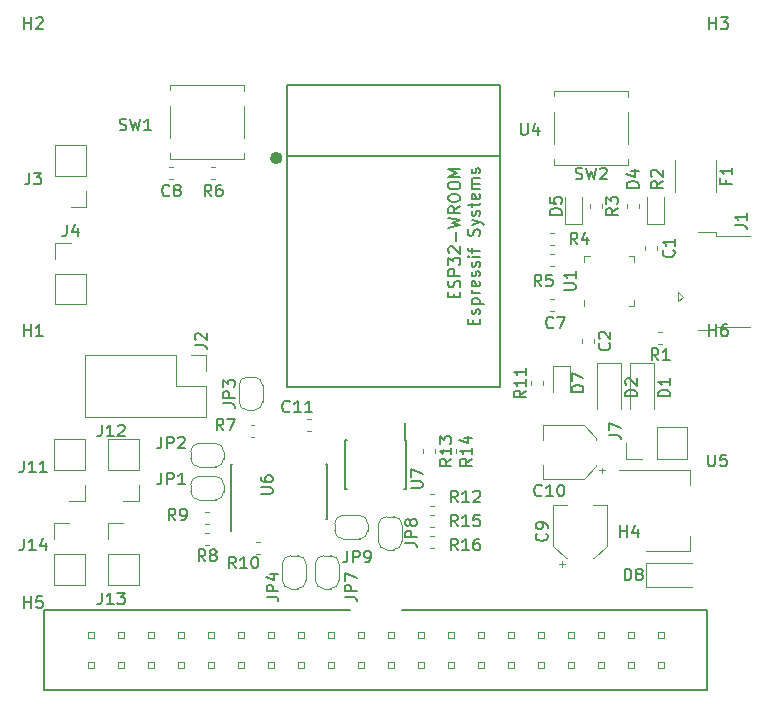
<source format=gto>
G04 #@! TF.GenerationSoftware,KiCad,Pcbnew,5.0.1+dfsg1-3~bpo9+1*
G04 #@! TF.CreationDate,2018-12-29T18:45:15+00:00*
G04 #@! TF.ProjectId,esp32_io_board,65737033325F696F5F626F6172642E6B,rev?*
G04 #@! TF.SameCoordinates,Original*
G04 #@! TF.FileFunction,Legend,Top*
G04 #@! TF.FilePolarity,Positive*
%FSLAX46Y46*%
G04 Gerber Fmt 4.6, Leading zero omitted, Abs format (unit mm)*
G04 Created by KiCad (PCBNEW 5.0.1+dfsg1-3~bpo9+1) date Sat 29 Dec 2018 06:45:15 PM UTC*
%MOMM*%
%LPD*%
G01*
G04 APERTURE LIST*
%ADD10C,0.066040*%
%ADD11C,0.203200*%
%ADD12C,0.500000*%
%ADD13C,0.150000*%
%ADD14C,0.120000*%
G04 APERTURE END LIST*
D10*
G04 #@! TO.C,J5*
X212896000Y-128756000D02*
X212896000Y-129264000D01*
X212896000Y-129264000D02*
X213404000Y-129264000D01*
X213404000Y-128756000D02*
X213404000Y-129264000D01*
X212896000Y-128756000D02*
X213404000Y-128756000D01*
X212896000Y-131296000D02*
X212896000Y-131804000D01*
X212896000Y-131804000D02*
X213404000Y-131804000D01*
X213404000Y-131296000D02*
X213404000Y-131804000D01*
X212896000Y-131296000D02*
X213404000Y-131296000D01*
X210356000Y-131296000D02*
X210356000Y-131804000D01*
X210356000Y-131804000D02*
X210864000Y-131804000D01*
X210864000Y-131296000D02*
X210864000Y-131804000D01*
X210356000Y-131296000D02*
X210864000Y-131296000D01*
X210356000Y-128756000D02*
X210356000Y-129264000D01*
X210356000Y-129264000D02*
X210864000Y-129264000D01*
X210864000Y-128756000D02*
X210864000Y-129264000D01*
X210356000Y-128756000D02*
X210864000Y-128756000D01*
X207816000Y-131296000D02*
X207816000Y-131804000D01*
X207816000Y-131804000D02*
X208324000Y-131804000D01*
X208324000Y-131296000D02*
X208324000Y-131804000D01*
X207816000Y-131296000D02*
X208324000Y-131296000D01*
X207816000Y-128756000D02*
X207816000Y-129264000D01*
X207816000Y-129264000D02*
X208324000Y-129264000D01*
X208324000Y-128756000D02*
X208324000Y-129264000D01*
X207816000Y-128756000D02*
X208324000Y-128756000D01*
X205276000Y-131296000D02*
X205276000Y-131804000D01*
X205276000Y-131804000D02*
X205784000Y-131804000D01*
X205784000Y-131296000D02*
X205784000Y-131804000D01*
X205276000Y-131296000D02*
X205784000Y-131296000D01*
X205276000Y-128756000D02*
X205276000Y-129264000D01*
X205276000Y-129264000D02*
X205784000Y-129264000D01*
X205784000Y-128756000D02*
X205784000Y-129264000D01*
X205276000Y-128756000D02*
X205784000Y-128756000D01*
X202736000Y-131296000D02*
X202736000Y-131804000D01*
X202736000Y-131804000D02*
X203244000Y-131804000D01*
X203244000Y-131296000D02*
X203244000Y-131804000D01*
X202736000Y-131296000D02*
X203244000Y-131296000D01*
X202736000Y-128756000D02*
X202736000Y-129264000D01*
X202736000Y-129264000D02*
X203244000Y-129264000D01*
X203244000Y-128756000D02*
X203244000Y-129264000D01*
X202736000Y-128756000D02*
X203244000Y-128756000D01*
X205276000Y-128756000D02*
X205276000Y-129264000D01*
X205276000Y-129264000D02*
X205784000Y-129264000D01*
X205784000Y-128756000D02*
X205784000Y-129264000D01*
X205276000Y-128756000D02*
X205784000Y-128756000D01*
X205276000Y-131296000D02*
X205276000Y-131804000D01*
X205276000Y-131804000D02*
X205784000Y-131804000D01*
X205784000Y-131296000D02*
X205784000Y-131804000D01*
X205276000Y-131296000D02*
X205784000Y-131296000D01*
X200196000Y-128756000D02*
X200196000Y-129264000D01*
X200196000Y-129264000D02*
X200704000Y-129264000D01*
X200704000Y-128756000D02*
X200704000Y-129264000D01*
X200196000Y-128756000D02*
X200704000Y-128756000D01*
X200196000Y-131296000D02*
X200196000Y-131804000D01*
X200196000Y-131804000D02*
X200704000Y-131804000D01*
X200704000Y-131296000D02*
X200704000Y-131804000D01*
X200196000Y-131296000D02*
X200704000Y-131296000D01*
X197656000Y-131296000D02*
X197656000Y-131804000D01*
X197656000Y-131804000D02*
X198164000Y-131804000D01*
X198164000Y-131296000D02*
X198164000Y-131804000D01*
X197656000Y-131296000D02*
X198164000Y-131296000D01*
X197656000Y-128756000D02*
X197656000Y-129264000D01*
X197656000Y-129264000D02*
X198164000Y-129264000D01*
X198164000Y-128756000D02*
X198164000Y-129264000D01*
X197656000Y-128756000D02*
X198164000Y-128756000D01*
X195116000Y-131296000D02*
X195116000Y-131804000D01*
X195116000Y-131804000D02*
X195624000Y-131804000D01*
X195624000Y-131296000D02*
X195624000Y-131804000D01*
X195116000Y-131296000D02*
X195624000Y-131296000D01*
X195116000Y-128756000D02*
X195116000Y-129264000D01*
X195116000Y-129264000D02*
X195624000Y-129264000D01*
X195624000Y-128756000D02*
X195624000Y-129264000D01*
X195116000Y-128756000D02*
X195624000Y-128756000D01*
X192576000Y-131296000D02*
X192576000Y-131804000D01*
X192576000Y-131804000D02*
X193084000Y-131804000D01*
X193084000Y-131296000D02*
X193084000Y-131804000D01*
X192576000Y-131296000D02*
X193084000Y-131296000D01*
X192576000Y-128756000D02*
X192576000Y-129264000D01*
X192576000Y-129264000D02*
X193084000Y-129264000D01*
X193084000Y-128756000D02*
X193084000Y-129264000D01*
X192576000Y-128756000D02*
X193084000Y-128756000D01*
X190036000Y-131296000D02*
X190036000Y-131804000D01*
X190036000Y-131804000D02*
X190544000Y-131804000D01*
X190544000Y-131296000D02*
X190544000Y-131804000D01*
X190036000Y-131296000D02*
X190544000Y-131296000D01*
X190036000Y-128756000D02*
X190036000Y-129264000D01*
X190036000Y-129264000D02*
X190544000Y-129264000D01*
X190544000Y-128756000D02*
X190544000Y-129264000D01*
X190036000Y-128756000D02*
X190544000Y-128756000D01*
X192576000Y-128756000D02*
X192576000Y-129264000D01*
X192576000Y-129264000D02*
X193084000Y-129264000D01*
X193084000Y-128756000D02*
X193084000Y-129264000D01*
X192576000Y-128756000D02*
X193084000Y-128756000D01*
X192576000Y-131296000D02*
X192576000Y-131804000D01*
X192576000Y-131804000D02*
X193084000Y-131804000D01*
X193084000Y-131296000D02*
X193084000Y-131804000D01*
X192576000Y-131296000D02*
X193084000Y-131296000D01*
X187496000Y-131296000D02*
X187496000Y-131804000D01*
X187496000Y-131804000D02*
X188004000Y-131804000D01*
X188004000Y-131296000D02*
X188004000Y-131804000D01*
X187496000Y-131296000D02*
X188004000Y-131296000D01*
X187496000Y-128756000D02*
X187496000Y-129264000D01*
X187496000Y-129264000D02*
X188004000Y-129264000D01*
X188004000Y-128756000D02*
X188004000Y-129264000D01*
X187496000Y-128756000D02*
X188004000Y-128756000D01*
X184956000Y-131296000D02*
X184956000Y-131804000D01*
X184956000Y-131804000D02*
X185464000Y-131804000D01*
X185464000Y-131296000D02*
X185464000Y-131804000D01*
X184956000Y-131296000D02*
X185464000Y-131296000D01*
X184956000Y-128756000D02*
X184956000Y-129264000D01*
X184956000Y-129264000D02*
X185464000Y-129264000D01*
X185464000Y-128756000D02*
X185464000Y-129264000D01*
X184956000Y-128756000D02*
X185464000Y-128756000D01*
X182416000Y-131296000D02*
X182416000Y-131804000D01*
X182416000Y-131804000D02*
X182924000Y-131804000D01*
X182924000Y-131296000D02*
X182924000Y-131804000D01*
X182416000Y-131296000D02*
X182924000Y-131296000D01*
X182416000Y-128756000D02*
X182416000Y-129264000D01*
X182416000Y-129264000D02*
X182924000Y-129264000D01*
X182924000Y-128756000D02*
X182924000Y-129264000D01*
X182416000Y-128756000D02*
X182924000Y-128756000D01*
X184956000Y-128756000D02*
X184956000Y-129264000D01*
X184956000Y-129264000D02*
X185464000Y-129264000D01*
X185464000Y-128756000D02*
X185464000Y-129264000D01*
X184956000Y-128756000D02*
X185464000Y-128756000D01*
X184956000Y-131296000D02*
X184956000Y-131804000D01*
X184956000Y-131804000D02*
X185464000Y-131804000D01*
X185464000Y-131296000D02*
X185464000Y-131804000D01*
X184956000Y-131296000D02*
X185464000Y-131296000D01*
X179876000Y-131296000D02*
X179876000Y-131804000D01*
X179876000Y-131804000D02*
X180384000Y-131804000D01*
X180384000Y-131296000D02*
X180384000Y-131804000D01*
X179876000Y-131296000D02*
X180384000Y-131296000D01*
X177336000Y-131296000D02*
X177336000Y-131804000D01*
X177336000Y-131804000D02*
X177844000Y-131804000D01*
X177844000Y-131296000D02*
X177844000Y-131804000D01*
X177336000Y-131296000D02*
X177844000Y-131296000D01*
X174796000Y-131296000D02*
X174796000Y-131804000D01*
X174796000Y-131804000D02*
X175304000Y-131804000D01*
X175304000Y-131296000D02*
X175304000Y-131804000D01*
X174796000Y-131296000D02*
X175304000Y-131296000D01*
X172256000Y-131296000D02*
X172256000Y-131804000D01*
X172256000Y-131804000D02*
X172764000Y-131804000D01*
X172764000Y-131296000D02*
X172764000Y-131804000D01*
X172256000Y-131296000D02*
X172764000Y-131296000D01*
X169716000Y-131296000D02*
X169716000Y-131804000D01*
X169716000Y-131804000D02*
X170224000Y-131804000D01*
X170224000Y-131296000D02*
X170224000Y-131804000D01*
X169716000Y-131296000D02*
X170224000Y-131296000D01*
X167176000Y-131296000D02*
X167176000Y-131804000D01*
X167176000Y-131804000D02*
X167684000Y-131804000D01*
X167684000Y-131296000D02*
X167684000Y-131804000D01*
X167176000Y-131296000D02*
X167684000Y-131296000D01*
X164636000Y-131296000D02*
X164636000Y-131804000D01*
X164636000Y-131804000D02*
X165144000Y-131804000D01*
X165144000Y-131296000D02*
X165144000Y-131804000D01*
X164636000Y-131296000D02*
X165144000Y-131296000D01*
X179876000Y-128756000D02*
X179876000Y-129264000D01*
X179876000Y-129264000D02*
X180384000Y-129264000D01*
X180384000Y-128756000D02*
X180384000Y-129264000D01*
X179876000Y-128756000D02*
X180384000Y-128756000D01*
X177336000Y-128756000D02*
X177336000Y-129264000D01*
X177336000Y-129264000D02*
X177844000Y-129264000D01*
X177844000Y-128756000D02*
X177844000Y-129264000D01*
X177336000Y-128756000D02*
X177844000Y-128756000D01*
X174796000Y-128756000D02*
X174796000Y-129264000D01*
X174796000Y-129264000D02*
X175304000Y-129264000D01*
X175304000Y-128756000D02*
X175304000Y-129264000D01*
X174796000Y-128756000D02*
X175304000Y-128756000D01*
X172256000Y-128756000D02*
X172256000Y-129264000D01*
X172256000Y-129264000D02*
X172764000Y-129264000D01*
X172764000Y-128756000D02*
X172764000Y-129264000D01*
X172256000Y-128756000D02*
X172764000Y-128756000D01*
X169716000Y-128756000D02*
X169716000Y-129264000D01*
X169716000Y-129264000D02*
X170224000Y-129264000D01*
X170224000Y-128756000D02*
X170224000Y-129264000D01*
X169716000Y-128756000D02*
X170224000Y-128756000D01*
X167176000Y-128756000D02*
X167176000Y-129264000D01*
X167176000Y-129264000D02*
X167684000Y-129264000D01*
X167684000Y-128756000D02*
X167684000Y-129264000D01*
X167176000Y-128756000D02*
X167684000Y-128756000D01*
X164636000Y-128756000D02*
X164636000Y-129264000D01*
X164636000Y-129264000D02*
X165144000Y-129264000D01*
X165144000Y-128756000D02*
X165144000Y-129264000D01*
X164636000Y-128756000D02*
X165144000Y-128756000D01*
D11*
X217069220Y-126881480D02*
X217069220Y-133678520D01*
X217069220Y-133678520D02*
X160970780Y-133678520D01*
X160970780Y-126881480D02*
X160970780Y-133678520D01*
X217069220Y-126881480D02*
X191219640Y-126881480D01*
X160970780Y-126881480D02*
X186820360Y-126881480D01*
D12*
G04 #@! TO.C,U4*
X180877981Y-88646000D02*
G75*
G03X180877981Y-88646000I-283981J0D01*
G01*
D13*
X199500000Y-88500000D02*
X181500000Y-88500000D01*
X181500000Y-82500000D02*
X181500000Y-108000000D01*
X199500000Y-82500000D02*
X199500000Y-108000000D01*
X199500000Y-108000000D02*
X181500000Y-108000000D01*
X199500000Y-82500000D02*
X181500000Y-82500000D01*
D14*
G04 #@! TO.C,R13*
X193038000Y-113311721D02*
X193038000Y-113637279D01*
X194058000Y-113311721D02*
X194058000Y-113637279D01*
G04 #@! TO.C,R14*
X195772500Y-113311721D02*
X195772500Y-113637279D01*
X194752500Y-113311721D02*
X194752500Y-113637279D01*
G04 #@! TO.C,R15*
X193964779Y-118870000D02*
X193639221Y-118870000D01*
X193964779Y-119890000D02*
X193639221Y-119890000D01*
G04 #@! TO.C,R16*
X193964779Y-121668000D02*
X193639221Y-121668000D01*
X193964779Y-120648000D02*
X193639221Y-120648000D01*
G04 #@! TO.C,J13*
X166310000Y-119574000D02*
X167640000Y-119574000D01*
X166310000Y-120904000D02*
X166310000Y-119574000D01*
X166310000Y-122174000D02*
X168970000Y-122174000D01*
X168970000Y-122174000D02*
X168970000Y-124774000D01*
X166310000Y-122174000D02*
X166310000Y-124774000D01*
X166310000Y-124774000D02*
X168970000Y-124774000D01*
G04 #@! TO.C,J4*
X161865000Y-101025000D02*
X164525000Y-101025000D01*
X161865000Y-98425000D02*
X161865000Y-101025000D01*
X164525000Y-98425000D02*
X164525000Y-101025000D01*
X161865000Y-98425000D02*
X164525000Y-98425000D01*
X161865000Y-97155000D02*
X161865000Y-95825000D01*
X161865000Y-95825000D02*
X163195000Y-95825000D01*
G04 #@! TO.C,JP8*
X191246000Y-119696000D02*
X191246000Y-121096000D01*
X190546000Y-121796000D02*
X189946000Y-121796000D01*
X189246000Y-121096000D02*
X189246000Y-119696000D01*
X189946000Y-118996000D02*
X190546000Y-118996000D01*
X190546000Y-118996000D02*
G75*
G02X191246000Y-119696000I0J-700000D01*
G01*
X189246000Y-119696000D02*
G75*
G02X189946000Y-118996000I700000J0D01*
G01*
X189946000Y-121796000D02*
G75*
G02X189246000Y-121096000I0J700000D01*
G01*
X191246000Y-121096000D02*
G75*
G02X190546000Y-121796000I-700000J0D01*
G01*
G04 #@! TO.C,JP9*
X186244000Y-120888000D02*
G75*
G02X185544000Y-120188000I0J700000D01*
G01*
X185544000Y-119588000D02*
G75*
G02X186244000Y-118888000I700000J0D01*
G01*
X187644000Y-118888000D02*
G75*
G02X188344000Y-119588000I0J-700000D01*
G01*
X188344000Y-120188000D02*
G75*
G02X187644000Y-120888000I-700000J0D01*
G01*
X188344000Y-119588000D02*
X188344000Y-120188000D01*
X186244000Y-118888000D02*
X187644000Y-118888000D01*
X185544000Y-120188000D02*
X185544000Y-119588000D01*
X187644000Y-120888000D02*
X186244000Y-120888000D01*
G04 #@! TO.C,JP7*
X183912000Y-124398000D02*
X183912000Y-122998000D01*
X184612000Y-122298000D02*
X185212000Y-122298000D01*
X185912000Y-122998000D02*
X185912000Y-124398000D01*
X185212000Y-125098000D02*
X184612000Y-125098000D01*
X184612000Y-125098000D02*
G75*
G02X183912000Y-124398000I0J700000D01*
G01*
X185912000Y-124398000D02*
G75*
G02X185212000Y-125098000I-700000J0D01*
G01*
X185212000Y-122298000D02*
G75*
G02X185912000Y-122998000I0J-700000D01*
G01*
X183912000Y-122998000D02*
G75*
G02X184612000Y-122298000I700000J0D01*
G01*
G04 #@! TO.C,JP4*
X181118000Y-122998000D02*
G75*
G02X181818000Y-122298000I700000J0D01*
G01*
X182418000Y-122298000D02*
G75*
G02X183118000Y-122998000I0J-700000D01*
G01*
X183118000Y-124398000D02*
G75*
G02X182418000Y-125098000I-700000J0D01*
G01*
X181818000Y-125098000D02*
G75*
G02X181118000Y-124398000I0J700000D01*
G01*
X182418000Y-125098000D02*
X181818000Y-125098000D01*
X183118000Y-122998000D02*
X183118000Y-124398000D01*
X181818000Y-122298000D02*
X182418000Y-122298000D01*
X181118000Y-124398000D02*
X181118000Y-122998000D01*
D13*
G04 #@! TO.C,U7*
X191551000Y-112479000D02*
X191501000Y-112479000D01*
X191551000Y-116629000D02*
X191406000Y-116629000D01*
X186401000Y-116629000D02*
X186546000Y-116629000D01*
X186401000Y-112479000D02*
X186546000Y-112479000D01*
X191551000Y-112479000D02*
X191551000Y-116629000D01*
X186401000Y-112479000D02*
X186401000Y-116629000D01*
X191501000Y-112479000D02*
X191501000Y-111079000D01*
D14*
G04 #@! TO.C,R12*
X193964779Y-118112000D02*
X193639221Y-118112000D01*
X193964779Y-117092000D02*
X193639221Y-117092000D01*
G04 #@! TO.C,D8*
X211922000Y-122952000D02*
X211922000Y-124952000D01*
X211922000Y-124952000D02*
X215772000Y-124952000D01*
X211922000Y-122952000D02*
X215772000Y-122952000D01*
G04 #@! TO.C,D1*
X212582000Y-106004000D02*
X210582000Y-106004000D01*
X210582000Y-106004000D02*
X210582000Y-109854000D01*
X212582000Y-106004000D02*
X212582000Y-109854000D01*
G04 #@! TO.C,D7*
X205459000Y-108496000D02*
X205459000Y-106211000D01*
X205459000Y-106211000D02*
X203989000Y-106211000D01*
X203989000Y-106211000D02*
X203989000Y-108496000D01*
G04 #@! TO.C,D2*
X209788000Y-106004000D02*
X207788000Y-106004000D01*
X207788000Y-106004000D02*
X207788000Y-109854000D01*
X209788000Y-106004000D02*
X209788000Y-109854000D01*
G04 #@! TO.C,C1*
X212854000Y-96428779D02*
X212854000Y-96103221D01*
X211834000Y-96428779D02*
X211834000Y-96103221D01*
G04 #@! TO.C,C2*
X206500000Y-103977221D02*
X206500000Y-104302779D01*
X207520000Y-103977221D02*
X207520000Y-104302779D01*
G04 #@! TO.C,C7*
X203799221Y-101602000D02*
X204124779Y-101602000D01*
X203799221Y-100582000D02*
X204124779Y-100582000D01*
G04 #@! TO.C,C8*
X171541221Y-89406000D02*
X171866779Y-89406000D01*
X171541221Y-90426000D02*
X171866779Y-90426000D01*
G04 #@! TO.C,C9*
X208571500Y-118009000D02*
X207371500Y-118009000D01*
X204051500Y-118009000D02*
X205251500Y-118009000D01*
X204051500Y-121464563D02*
X204051500Y-118009000D01*
X208571500Y-121464563D02*
X208571500Y-118009000D01*
X207507063Y-122529000D02*
X207371500Y-122529000D01*
X205115937Y-122529000D02*
X205251500Y-122529000D01*
X205115937Y-122529000D02*
X204051500Y-121464563D01*
X207507063Y-122529000D02*
X208571500Y-121464563D01*
X204751500Y-123269000D02*
X204751500Y-122769000D01*
X204501500Y-123019000D02*
X205001500Y-123019000D01*
G04 #@! TO.C,C10*
X203162500Y-111278000D02*
X203162500Y-112478000D01*
X203162500Y-115798000D02*
X203162500Y-114598000D01*
X206618063Y-115798000D02*
X203162500Y-115798000D01*
X206618063Y-111278000D02*
X203162500Y-111278000D01*
X207682500Y-112342437D02*
X207682500Y-112478000D01*
X207682500Y-114733563D02*
X207682500Y-114598000D01*
X207682500Y-114733563D02*
X206618063Y-115798000D01*
X207682500Y-112342437D02*
X206618063Y-111278000D01*
X208422500Y-115098000D02*
X207922500Y-115098000D01*
X208172500Y-115348000D02*
X208172500Y-114848000D01*
G04 #@! TO.C,C11*
X183550779Y-110742000D02*
X183225221Y-110742000D01*
X183550779Y-111762000D02*
X183225221Y-111762000D01*
G04 #@! TO.C,D4*
X211990000Y-91910000D02*
X211990000Y-94195000D01*
X211990000Y-94195000D02*
X213460000Y-94195000D01*
X213460000Y-94195000D02*
X213460000Y-91910000D01*
G04 #@! TO.C,D5*
X206475000Y-94195000D02*
X206475000Y-91910000D01*
X205005000Y-94195000D02*
X206475000Y-94195000D01*
X205005000Y-91910000D02*
X205005000Y-94195000D01*
G04 #@! TO.C,F1*
X217800500Y-88783748D02*
X217800500Y-91556252D01*
X214380500Y-88783748D02*
X214380500Y-91556252D01*
G04 #@! TO.C,J1*
X215067000Y-100385000D02*
X214617000Y-100785000D01*
X214617000Y-100785000D02*
X214617000Y-99985000D01*
X214617000Y-99985000D02*
X215067000Y-100385000D01*
X220667000Y-95235000D02*
X217867000Y-95235000D01*
X217867000Y-95235000D02*
X217867000Y-94935000D01*
X217867000Y-94935000D02*
X216317000Y-94935000D01*
X220667000Y-102935000D02*
X217867000Y-102935000D01*
X217867000Y-103235000D02*
X217867000Y-102935000D01*
X217867000Y-103235000D02*
X216317000Y-103235000D01*
G04 #@! TO.C,J2*
X174685000Y-105350000D02*
X174685000Y-106680000D01*
X173355000Y-105350000D02*
X174685000Y-105350000D01*
X174685000Y-107950000D02*
X174685000Y-110550000D01*
X172085000Y-107950000D02*
X174685000Y-107950000D01*
X172085000Y-105350000D02*
X172085000Y-107950000D01*
X174685000Y-110550000D02*
X164405000Y-110550000D01*
X172085000Y-105350000D02*
X164405000Y-105350000D01*
X164405000Y-105350000D02*
X164405000Y-110550000D01*
G04 #@! TO.C,J3*
X164525000Y-92770000D02*
X163195000Y-92770000D01*
X164525000Y-91440000D02*
X164525000Y-92770000D01*
X164525000Y-90170000D02*
X161865000Y-90170000D01*
X161865000Y-90170000D02*
X161865000Y-87570000D01*
X164525000Y-90170000D02*
X164525000Y-87570000D01*
X164525000Y-87570000D02*
X161865000Y-87570000D01*
G04 #@! TO.C,J7*
X215388500Y-114106000D02*
X215388500Y-111446000D01*
X212788500Y-114106000D02*
X215388500Y-114106000D01*
X212788500Y-111446000D02*
X215388500Y-111446000D01*
X212788500Y-114106000D02*
X212788500Y-111446000D01*
X211518500Y-114106000D02*
X210188500Y-114106000D01*
X210188500Y-114106000D02*
X210188500Y-112776000D01*
G04 #@! TO.C,J11*
X164398000Y-112462000D02*
X161738000Y-112462000D01*
X164398000Y-115062000D02*
X164398000Y-112462000D01*
X161738000Y-115062000D02*
X161738000Y-112462000D01*
X164398000Y-115062000D02*
X161738000Y-115062000D01*
X164398000Y-116332000D02*
X164398000Y-117662000D01*
X164398000Y-117662000D02*
X163068000Y-117662000D01*
G04 #@! TO.C,J12*
X168970000Y-117662000D02*
X167640000Y-117662000D01*
X168970000Y-116332000D02*
X168970000Y-117662000D01*
X168970000Y-115062000D02*
X166310000Y-115062000D01*
X166310000Y-115062000D02*
X166310000Y-112462000D01*
X168970000Y-115062000D02*
X168970000Y-112462000D01*
X168970000Y-112462000D02*
X166310000Y-112462000D01*
G04 #@! TO.C,J14*
X161738000Y-124774000D02*
X164398000Y-124774000D01*
X161738000Y-122174000D02*
X161738000Y-124774000D01*
X164398000Y-122174000D02*
X164398000Y-124774000D01*
X161738000Y-122174000D02*
X164398000Y-122174000D01*
X161738000Y-120904000D02*
X161738000Y-119574000D01*
X161738000Y-119574000D02*
X163068000Y-119574000D01*
G04 #@! TO.C,JP1*
X175452000Y-117586000D02*
X174052000Y-117586000D01*
X173352000Y-116886000D02*
X173352000Y-116286000D01*
X174052000Y-115586000D02*
X175452000Y-115586000D01*
X176152000Y-116286000D02*
X176152000Y-116886000D01*
X176152000Y-116886000D02*
G75*
G02X175452000Y-117586000I-700000J0D01*
G01*
X175452000Y-115586000D02*
G75*
G02X176152000Y-116286000I0J-700000D01*
G01*
X173352000Y-116286000D02*
G75*
G02X174052000Y-115586000I700000J0D01*
G01*
X174052000Y-117586000D02*
G75*
G02X173352000Y-116886000I0J700000D01*
G01*
G04 #@! TO.C,JP2*
X175452000Y-114792000D02*
X174052000Y-114792000D01*
X173352000Y-114092000D02*
X173352000Y-113492000D01*
X174052000Y-112792000D02*
X175452000Y-112792000D01*
X176152000Y-113492000D02*
X176152000Y-114092000D01*
X176152000Y-114092000D02*
G75*
G02X175452000Y-114792000I-700000J0D01*
G01*
X175452000Y-112792000D02*
G75*
G02X176152000Y-113492000I0J-700000D01*
G01*
X173352000Y-113492000D02*
G75*
G02X174052000Y-112792000I700000J0D01*
G01*
X174052000Y-114792000D02*
G75*
G02X173352000Y-114092000I0J700000D01*
G01*
G04 #@! TO.C,JP3*
X177435000Y-107885000D02*
G75*
G02X178135000Y-107185000I700000J0D01*
G01*
X178735000Y-107185000D02*
G75*
G02X179435000Y-107885000I0J-700000D01*
G01*
X179435000Y-109285000D02*
G75*
G02X178735000Y-109985000I-700000J0D01*
G01*
X178135000Y-109985000D02*
G75*
G02X177435000Y-109285000I0J700000D01*
G01*
X178735000Y-109985000D02*
X178135000Y-109985000D01*
X179435000Y-107885000D02*
X179435000Y-109285000D01*
X178135000Y-107185000D02*
X178735000Y-107185000D01*
X177435000Y-109285000D02*
X177435000Y-107885000D01*
G04 #@! TO.C,R1*
X213268779Y-104396000D02*
X212943221Y-104396000D01*
X213268779Y-103376000D02*
X212943221Y-103376000D01*
G04 #@! TO.C,R2*
X210310000Y-92547221D02*
X210310000Y-92872779D01*
X211330000Y-92547221D02*
X211330000Y-92872779D01*
G04 #@! TO.C,R3*
X208155000Y-92547221D02*
X208155000Y-92872779D01*
X207135000Y-92547221D02*
X207135000Y-92872779D01*
G04 #@! TO.C,R4*
X203799221Y-96014000D02*
X204124779Y-96014000D01*
X203799221Y-94994000D02*
X204124779Y-94994000D01*
G04 #@! TO.C,R5*
X203799221Y-96772000D02*
X204124779Y-96772000D01*
X203799221Y-97792000D02*
X204124779Y-97792000D01*
G04 #@! TO.C,R6*
X175422779Y-90426000D02*
X175097221Y-90426000D01*
X175422779Y-89406000D02*
X175097221Y-89406000D01*
G04 #@! TO.C,R7*
X178424721Y-111250000D02*
X178750279Y-111250000D01*
X178424721Y-112270000D02*
X178750279Y-112270000D01*
G04 #@! TO.C,R8*
X174914779Y-120394000D02*
X174589221Y-120394000D01*
X174914779Y-121414000D02*
X174589221Y-121414000D01*
G04 #@! TO.C,R9*
X174914779Y-119636000D02*
X174589221Y-119636000D01*
X174914779Y-118616000D02*
X174589221Y-118616000D01*
G04 #@! TO.C,R10*
X178907221Y-122176000D02*
X179232779Y-122176000D01*
X178907221Y-121156000D02*
X179232779Y-121156000D01*
G04 #@! TO.C,R11*
X203202000Y-107858779D02*
X203202000Y-107533221D01*
X202182000Y-107858779D02*
X202182000Y-107533221D01*
G04 #@! TO.C,SW1*
X177902000Y-88248000D02*
X177902000Y-88698000D01*
X171602000Y-88698000D02*
X171602000Y-88248000D01*
X177902000Y-88698000D02*
X171602000Y-88698000D01*
X171602000Y-86948000D02*
X171602000Y-84248000D01*
X177902000Y-84248000D02*
X177902000Y-86948000D01*
X171602000Y-82498000D02*
X171602000Y-82898000D01*
X177902000Y-82498000D02*
X171602000Y-82498000D01*
X177902000Y-82948000D02*
X177902000Y-82498000D01*
G04 #@! TO.C,SW2*
X210414000Y-88756000D02*
X210414000Y-89206000D01*
X204114000Y-89206000D02*
X204114000Y-88756000D01*
X210414000Y-89206000D02*
X204114000Y-89206000D01*
X204114000Y-87456000D02*
X204114000Y-84756000D01*
X210414000Y-84756000D02*
X210414000Y-87456000D01*
X204114000Y-83006000D02*
X204114000Y-83406000D01*
X210414000Y-83006000D02*
X204114000Y-83006000D01*
X210414000Y-83456000D02*
X210414000Y-83006000D01*
G04 #@! TO.C,U1*
X206678000Y-97425000D02*
X206678000Y-96950000D01*
X206678000Y-96950000D02*
X207153000Y-96950000D01*
X210898000Y-100695000D02*
X210898000Y-101170000D01*
X210898000Y-101170000D02*
X210423000Y-101170000D01*
X210898000Y-97425000D02*
X210898000Y-96950000D01*
X210898000Y-96950000D02*
X210423000Y-96950000D01*
X206678000Y-100695000D02*
X206678000Y-101170000D01*
G04 #@! TO.C,U5*
X215651000Y-121901000D02*
X215651000Y-120641000D01*
X215651000Y-115081000D02*
X215651000Y-116341000D01*
X211891000Y-121901000D02*
X215651000Y-121901000D01*
X209641000Y-115081000D02*
X215651000Y-115081000D01*
D13*
G04 #@! TO.C,U6*
X176823000Y-114515000D02*
X176848000Y-114515000D01*
X184873000Y-114515000D02*
X184848000Y-114515000D01*
X184873000Y-119165000D02*
X184848000Y-119165000D01*
X176773000Y-120240000D02*
X176773000Y-114515000D01*
X184873000Y-119165000D02*
X184873000Y-114515000D01*
G04 #@! TO.C,H4*
X209726095Y-120736880D02*
X209726095Y-119736880D01*
X209726095Y-120213071D02*
X210297523Y-120213071D01*
X210297523Y-120736880D02*
X210297523Y-119736880D01*
X211202285Y-120070214D02*
X211202285Y-120736880D01*
X210964190Y-119689261D02*
X210726095Y-120403547D01*
X211345142Y-120403547D01*
G04 #@! TO.C,U4*
X201295095Y-85685380D02*
X201295095Y-86494904D01*
X201342714Y-86590142D01*
X201390333Y-86637761D01*
X201485571Y-86685380D01*
X201676047Y-86685380D01*
X201771285Y-86637761D01*
X201818904Y-86590142D01*
X201866523Y-86494904D01*
X201866523Y-85685380D01*
X202771285Y-86018714D02*
X202771285Y-86685380D01*
X202533190Y-85637761D02*
X202295095Y-86352047D01*
X202914142Y-86352047D01*
X197286571Y-102710428D02*
X197286571Y-102377095D01*
X197810380Y-102234238D02*
X197810380Y-102710428D01*
X196810380Y-102710428D01*
X196810380Y-102234238D01*
X197762761Y-101853285D02*
X197810380Y-101758047D01*
X197810380Y-101567571D01*
X197762761Y-101472333D01*
X197667523Y-101424714D01*
X197619904Y-101424714D01*
X197524666Y-101472333D01*
X197477047Y-101567571D01*
X197477047Y-101710428D01*
X197429428Y-101805666D01*
X197334190Y-101853285D01*
X197286571Y-101853285D01*
X197191333Y-101805666D01*
X197143714Y-101710428D01*
X197143714Y-101567571D01*
X197191333Y-101472333D01*
X197143714Y-100996142D02*
X198143714Y-100996142D01*
X197191333Y-100996142D02*
X197143714Y-100900904D01*
X197143714Y-100710428D01*
X197191333Y-100615190D01*
X197238952Y-100567571D01*
X197334190Y-100519952D01*
X197619904Y-100519952D01*
X197715142Y-100567571D01*
X197762761Y-100615190D01*
X197810380Y-100710428D01*
X197810380Y-100900904D01*
X197762761Y-100996142D01*
X197810380Y-100091380D02*
X197143714Y-100091380D01*
X197334190Y-100091380D02*
X197238952Y-100043761D01*
X197191333Y-99996142D01*
X197143714Y-99900904D01*
X197143714Y-99805666D01*
X197762761Y-99091380D02*
X197810380Y-99186619D01*
X197810380Y-99377095D01*
X197762761Y-99472333D01*
X197667523Y-99519952D01*
X197286571Y-99519952D01*
X197191333Y-99472333D01*
X197143714Y-99377095D01*
X197143714Y-99186619D01*
X197191333Y-99091380D01*
X197286571Y-99043761D01*
X197381809Y-99043761D01*
X197477047Y-99519952D01*
X197762761Y-98662809D02*
X197810380Y-98567571D01*
X197810380Y-98377095D01*
X197762761Y-98281857D01*
X197667523Y-98234238D01*
X197619904Y-98234238D01*
X197524666Y-98281857D01*
X197477047Y-98377095D01*
X197477047Y-98519952D01*
X197429428Y-98615190D01*
X197334190Y-98662809D01*
X197286571Y-98662809D01*
X197191333Y-98615190D01*
X197143714Y-98519952D01*
X197143714Y-98377095D01*
X197191333Y-98281857D01*
X197762761Y-97853285D02*
X197810380Y-97758047D01*
X197810380Y-97567571D01*
X197762761Y-97472333D01*
X197667523Y-97424714D01*
X197619904Y-97424714D01*
X197524666Y-97472333D01*
X197477047Y-97567571D01*
X197477047Y-97710428D01*
X197429428Y-97805666D01*
X197334190Y-97853285D01*
X197286571Y-97853285D01*
X197191333Y-97805666D01*
X197143714Y-97710428D01*
X197143714Y-97567571D01*
X197191333Y-97472333D01*
X197810380Y-96996142D02*
X197143714Y-96996142D01*
X196810380Y-96996142D02*
X196858000Y-97043761D01*
X196905619Y-96996142D01*
X196858000Y-96948523D01*
X196810380Y-96996142D01*
X196905619Y-96996142D01*
X197143714Y-96662809D02*
X197143714Y-96281857D01*
X197810380Y-96519952D02*
X196953238Y-96519952D01*
X196858000Y-96472333D01*
X196810380Y-96377095D01*
X196810380Y-96281857D01*
X197762761Y-95234238D02*
X197810380Y-95091380D01*
X197810380Y-94853285D01*
X197762761Y-94758047D01*
X197715142Y-94710428D01*
X197619904Y-94662809D01*
X197524666Y-94662809D01*
X197429428Y-94710428D01*
X197381809Y-94758047D01*
X197334190Y-94853285D01*
X197286571Y-95043761D01*
X197238952Y-95139000D01*
X197191333Y-95186619D01*
X197096095Y-95234238D01*
X197000857Y-95234238D01*
X196905619Y-95186619D01*
X196858000Y-95139000D01*
X196810380Y-95043761D01*
X196810380Y-94805666D01*
X196858000Y-94662809D01*
X197143714Y-94329476D02*
X197810380Y-94091380D01*
X197143714Y-93853285D02*
X197810380Y-94091380D01*
X198048476Y-94186619D01*
X198096095Y-94234238D01*
X198143714Y-94329476D01*
X197762761Y-93519952D02*
X197810380Y-93424714D01*
X197810380Y-93234238D01*
X197762761Y-93139000D01*
X197667523Y-93091380D01*
X197619904Y-93091380D01*
X197524666Y-93139000D01*
X197477047Y-93234238D01*
X197477047Y-93377095D01*
X197429428Y-93472333D01*
X197334190Y-93519952D01*
X197286571Y-93519952D01*
X197191333Y-93472333D01*
X197143714Y-93377095D01*
X197143714Y-93234238D01*
X197191333Y-93139000D01*
X197143714Y-92805666D02*
X197143714Y-92424714D01*
X196810380Y-92662809D02*
X197667523Y-92662809D01*
X197762761Y-92615190D01*
X197810380Y-92519952D01*
X197810380Y-92424714D01*
X197762761Y-91710428D02*
X197810380Y-91805666D01*
X197810380Y-91996142D01*
X197762761Y-92091380D01*
X197667523Y-92139000D01*
X197286571Y-92139000D01*
X197191333Y-92091380D01*
X197143714Y-91996142D01*
X197143714Y-91805666D01*
X197191333Y-91710428D01*
X197286571Y-91662809D01*
X197381809Y-91662809D01*
X197477047Y-92139000D01*
X197810380Y-91234238D02*
X197143714Y-91234238D01*
X197238952Y-91234238D02*
X197191333Y-91186619D01*
X197143714Y-91091380D01*
X197143714Y-90948523D01*
X197191333Y-90853285D01*
X197286571Y-90805666D01*
X197810380Y-90805666D01*
X197286571Y-90805666D02*
X197191333Y-90758047D01*
X197143714Y-90662809D01*
X197143714Y-90519952D01*
X197191333Y-90424714D01*
X197286571Y-90377095D01*
X197810380Y-90377095D01*
X197762761Y-89948523D02*
X197810380Y-89853285D01*
X197810380Y-89662809D01*
X197762761Y-89567571D01*
X197667523Y-89519952D01*
X197619904Y-89519952D01*
X197524666Y-89567571D01*
X197477047Y-89662809D01*
X197477047Y-89805666D01*
X197429428Y-89900904D01*
X197334190Y-89948523D01*
X197286571Y-89948523D01*
X197191333Y-89900904D01*
X197143714Y-89805666D01*
X197143714Y-89662809D01*
X197191333Y-89567571D01*
X195635571Y-100448380D02*
X195635571Y-100115047D01*
X196159380Y-99972190D02*
X196159380Y-100448380D01*
X195159380Y-100448380D01*
X195159380Y-99972190D01*
X196111761Y-99591238D02*
X196159380Y-99448380D01*
X196159380Y-99210285D01*
X196111761Y-99115047D01*
X196064142Y-99067428D01*
X195968904Y-99019809D01*
X195873666Y-99019809D01*
X195778428Y-99067428D01*
X195730809Y-99115047D01*
X195683190Y-99210285D01*
X195635571Y-99400761D01*
X195587952Y-99496000D01*
X195540333Y-99543619D01*
X195445095Y-99591238D01*
X195349857Y-99591238D01*
X195254619Y-99543619D01*
X195207000Y-99496000D01*
X195159380Y-99400761D01*
X195159380Y-99162666D01*
X195207000Y-99019809D01*
X196159380Y-98591238D02*
X195159380Y-98591238D01*
X195159380Y-98210285D01*
X195207000Y-98115047D01*
X195254619Y-98067428D01*
X195349857Y-98019809D01*
X195492714Y-98019809D01*
X195587952Y-98067428D01*
X195635571Y-98115047D01*
X195683190Y-98210285D01*
X195683190Y-98591238D01*
X195159380Y-97686476D02*
X195159380Y-97067428D01*
X195540333Y-97400761D01*
X195540333Y-97257904D01*
X195587952Y-97162666D01*
X195635571Y-97115047D01*
X195730809Y-97067428D01*
X195968904Y-97067428D01*
X196064142Y-97115047D01*
X196111761Y-97162666D01*
X196159380Y-97257904D01*
X196159380Y-97543619D01*
X196111761Y-97638857D01*
X196064142Y-97686476D01*
X195254619Y-96686476D02*
X195207000Y-96638857D01*
X195159380Y-96543619D01*
X195159380Y-96305523D01*
X195207000Y-96210285D01*
X195254619Y-96162666D01*
X195349857Y-96115047D01*
X195445095Y-96115047D01*
X195587952Y-96162666D01*
X196159380Y-96734095D01*
X196159380Y-96115047D01*
X195778428Y-95686476D02*
X195778428Y-94924571D01*
X195159380Y-94543619D02*
X196159380Y-94305523D01*
X195445095Y-94115047D01*
X196159380Y-93924571D01*
X195159380Y-93686476D01*
X196159380Y-92734095D02*
X195683190Y-93067428D01*
X196159380Y-93305523D02*
X195159380Y-93305523D01*
X195159380Y-92924571D01*
X195207000Y-92829333D01*
X195254619Y-92781714D01*
X195349857Y-92734095D01*
X195492714Y-92734095D01*
X195587952Y-92781714D01*
X195635571Y-92829333D01*
X195683190Y-92924571D01*
X195683190Y-93305523D01*
X195159380Y-92115047D02*
X195159380Y-91924571D01*
X195207000Y-91829333D01*
X195302238Y-91734095D01*
X195492714Y-91686476D01*
X195826047Y-91686476D01*
X196016523Y-91734095D01*
X196111761Y-91829333D01*
X196159380Y-91924571D01*
X196159380Y-92115047D01*
X196111761Y-92210285D01*
X196016523Y-92305523D01*
X195826047Y-92353142D01*
X195492714Y-92353142D01*
X195302238Y-92305523D01*
X195207000Y-92210285D01*
X195159380Y-92115047D01*
X195159380Y-91067428D02*
X195159380Y-90876952D01*
X195207000Y-90781714D01*
X195302238Y-90686476D01*
X195492714Y-90638857D01*
X195826047Y-90638857D01*
X196016523Y-90686476D01*
X196111761Y-90781714D01*
X196159380Y-90876952D01*
X196159380Y-91067428D01*
X196111761Y-91162666D01*
X196016523Y-91257904D01*
X195826047Y-91305523D01*
X195492714Y-91305523D01*
X195302238Y-91257904D01*
X195207000Y-91162666D01*
X195159380Y-91067428D01*
X196159380Y-90210285D02*
X195159380Y-90210285D01*
X195873666Y-89876952D01*
X195159380Y-89543619D01*
X196159380Y-89543619D01*
G04 #@! TO.C,R13*
X195430380Y-114117357D02*
X194954190Y-114450690D01*
X195430380Y-114688785D02*
X194430380Y-114688785D01*
X194430380Y-114307833D01*
X194478000Y-114212595D01*
X194525619Y-114164976D01*
X194620857Y-114117357D01*
X194763714Y-114117357D01*
X194858952Y-114164976D01*
X194906571Y-114212595D01*
X194954190Y-114307833D01*
X194954190Y-114688785D01*
X195430380Y-113164976D02*
X195430380Y-113736404D01*
X195430380Y-113450690D02*
X194430380Y-113450690D01*
X194573238Y-113545928D01*
X194668476Y-113641166D01*
X194716095Y-113736404D01*
X194430380Y-112831642D02*
X194430380Y-112212595D01*
X194811333Y-112545928D01*
X194811333Y-112403071D01*
X194858952Y-112307833D01*
X194906571Y-112260214D01*
X195001809Y-112212595D01*
X195239904Y-112212595D01*
X195335142Y-112260214D01*
X195382761Y-112307833D01*
X195430380Y-112403071D01*
X195430380Y-112688785D01*
X195382761Y-112784023D01*
X195335142Y-112831642D01*
G04 #@! TO.C,R14*
X197144880Y-114117357D02*
X196668690Y-114450690D01*
X197144880Y-114688785D02*
X196144880Y-114688785D01*
X196144880Y-114307833D01*
X196192500Y-114212595D01*
X196240119Y-114164976D01*
X196335357Y-114117357D01*
X196478214Y-114117357D01*
X196573452Y-114164976D01*
X196621071Y-114212595D01*
X196668690Y-114307833D01*
X196668690Y-114688785D01*
X197144880Y-113164976D02*
X197144880Y-113736404D01*
X197144880Y-113450690D02*
X196144880Y-113450690D01*
X196287738Y-113545928D01*
X196382976Y-113641166D01*
X196430595Y-113736404D01*
X196478214Y-112307833D02*
X197144880Y-112307833D01*
X196097261Y-112545928D02*
X196811547Y-112784023D01*
X196811547Y-112164976D01*
G04 #@! TO.C,R15*
X195953142Y-119832380D02*
X195619809Y-119356190D01*
X195381714Y-119832380D02*
X195381714Y-118832380D01*
X195762666Y-118832380D01*
X195857904Y-118880000D01*
X195905523Y-118927619D01*
X195953142Y-119022857D01*
X195953142Y-119165714D01*
X195905523Y-119260952D01*
X195857904Y-119308571D01*
X195762666Y-119356190D01*
X195381714Y-119356190D01*
X196905523Y-119832380D02*
X196334095Y-119832380D01*
X196619809Y-119832380D02*
X196619809Y-118832380D01*
X196524571Y-118975238D01*
X196429333Y-119070476D01*
X196334095Y-119118095D01*
X197810285Y-118832380D02*
X197334095Y-118832380D01*
X197286476Y-119308571D01*
X197334095Y-119260952D01*
X197429333Y-119213333D01*
X197667428Y-119213333D01*
X197762666Y-119260952D01*
X197810285Y-119308571D01*
X197857904Y-119403809D01*
X197857904Y-119641904D01*
X197810285Y-119737142D01*
X197762666Y-119784761D01*
X197667428Y-119832380D01*
X197429333Y-119832380D01*
X197334095Y-119784761D01*
X197286476Y-119737142D01*
G04 #@! TO.C,R16*
X195953142Y-121864380D02*
X195619809Y-121388190D01*
X195381714Y-121864380D02*
X195381714Y-120864380D01*
X195762666Y-120864380D01*
X195857904Y-120912000D01*
X195905523Y-120959619D01*
X195953142Y-121054857D01*
X195953142Y-121197714D01*
X195905523Y-121292952D01*
X195857904Y-121340571D01*
X195762666Y-121388190D01*
X195381714Y-121388190D01*
X196905523Y-121864380D02*
X196334095Y-121864380D01*
X196619809Y-121864380D02*
X196619809Y-120864380D01*
X196524571Y-121007238D01*
X196429333Y-121102476D01*
X196334095Y-121150095D01*
X197762666Y-120864380D02*
X197572190Y-120864380D01*
X197476952Y-120912000D01*
X197429333Y-120959619D01*
X197334095Y-121102476D01*
X197286476Y-121292952D01*
X197286476Y-121673904D01*
X197334095Y-121769142D01*
X197381714Y-121816761D01*
X197476952Y-121864380D01*
X197667428Y-121864380D01*
X197762666Y-121816761D01*
X197810285Y-121769142D01*
X197857904Y-121673904D01*
X197857904Y-121435809D01*
X197810285Y-121340571D01*
X197762666Y-121292952D01*
X197667428Y-121245333D01*
X197476952Y-121245333D01*
X197381714Y-121292952D01*
X197334095Y-121340571D01*
X197286476Y-121435809D01*
G04 #@! TO.C,J13*
X165814476Y-125436380D02*
X165814476Y-126150666D01*
X165766857Y-126293523D01*
X165671619Y-126388761D01*
X165528761Y-126436380D01*
X165433523Y-126436380D01*
X166814476Y-126436380D02*
X166243047Y-126436380D01*
X166528761Y-126436380D02*
X166528761Y-125436380D01*
X166433523Y-125579238D01*
X166338285Y-125674476D01*
X166243047Y-125722095D01*
X167147809Y-125436380D02*
X167766857Y-125436380D01*
X167433523Y-125817333D01*
X167576380Y-125817333D01*
X167671619Y-125864952D01*
X167719238Y-125912571D01*
X167766857Y-126007809D01*
X167766857Y-126245904D01*
X167719238Y-126341142D01*
X167671619Y-126388761D01*
X167576380Y-126436380D01*
X167290666Y-126436380D01*
X167195428Y-126388761D01*
X167147809Y-126341142D01*
G04 #@! TO.C,J4*
X162861666Y-94277380D02*
X162861666Y-94991666D01*
X162814047Y-95134523D01*
X162718809Y-95229761D01*
X162575952Y-95277380D01*
X162480714Y-95277380D01*
X163766428Y-94610714D02*
X163766428Y-95277380D01*
X163528333Y-94229761D02*
X163290238Y-94944047D01*
X163909285Y-94944047D01*
G04 #@! TO.C,JP8*
X191498380Y-121229333D02*
X192212666Y-121229333D01*
X192355523Y-121276952D01*
X192450761Y-121372190D01*
X192498380Y-121515047D01*
X192498380Y-121610285D01*
X192498380Y-120753142D02*
X191498380Y-120753142D01*
X191498380Y-120372190D01*
X191546000Y-120276952D01*
X191593619Y-120229333D01*
X191688857Y-120181714D01*
X191831714Y-120181714D01*
X191926952Y-120229333D01*
X191974571Y-120276952D01*
X192022190Y-120372190D01*
X192022190Y-120753142D01*
X191926952Y-119610285D02*
X191879333Y-119705523D01*
X191831714Y-119753142D01*
X191736476Y-119800761D01*
X191688857Y-119800761D01*
X191593619Y-119753142D01*
X191546000Y-119705523D01*
X191498380Y-119610285D01*
X191498380Y-119419809D01*
X191546000Y-119324571D01*
X191593619Y-119276952D01*
X191688857Y-119229333D01*
X191736476Y-119229333D01*
X191831714Y-119276952D01*
X191879333Y-119324571D01*
X191926952Y-119419809D01*
X191926952Y-119610285D01*
X191974571Y-119705523D01*
X192022190Y-119753142D01*
X192117428Y-119800761D01*
X192307904Y-119800761D01*
X192403142Y-119753142D01*
X192450761Y-119705523D01*
X192498380Y-119610285D01*
X192498380Y-119419809D01*
X192450761Y-119324571D01*
X192403142Y-119276952D01*
X192307904Y-119229333D01*
X192117428Y-119229333D01*
X192022190Y-119276952D01*
X191974571Y-119324571D01*
X191926952Y-119419809D01*
G04 #@! TO.C,JP9*
X186618666Y-121880380D02*
X186618666Y-122594666D01*
X186571047Y-122737523D01*
X186475809Y-122832761D01*
X186332952Y-122880380D01*
X186237714Y-122880380D01*
X187094857Y-122880380D02*
X187094857Y-121880380D01*
X187475809Y-121880380D01*
X187571047Y-121928000D01*
X187618666Y-121975619D01*
X187666285Y-122070857D01*
X187666285Y-122213714D01*
X187618666Y-122308952D01*
X187571047Y-122356571D01*
X187475809Y-122404190D01*
X187094857Y-122404190D01*
X188142476Y-122880380D02*
X188332952Y-122880380D01*
X188428190Y-122832761D01*
X188475809Y-122785142D01*
X188571047Y-122642285D01*
X188618666Y-122451809D01*
X188618666Y-122070857D01*
X188571047Y-121975619D01*
X188523428Y-121928000D01*
X188428190Y-121880380D01*
X188237714Y-121880380D01*
X188142476Y-121928000D01*
X188094857Y-121975619D01*
X188047238Y-122070857D01*
X188047238Y-122308952D01*
X188094857Y-122404190D01*
X188142476Y-122451809D01*
X188237714Y-122499428D01*
X188428190Y-122499428D01*
X188523428Y-122451809D01*
X188571047Y-122404190D01*
X188618666Y-122308952D01*
G04 #@! TO.C,JP7*
X186396380Y-125801333D02*
X187110666Y-125801333D01*
X187253523Y-125848952D01*
X187348761Y-125944190D01*
X187396380Y-126087047D01*
X187396380Y-126182285D01*
X187396380Y-125325142D02*
X186396380Y-125325142D01*
X186396380Y-124944190D01*
X186444000Y-124848952D01*
X186491619Y-124801333D01*
X186586857Y-124753714D01*
X186729714Y-124753714D01*
X186824952Y-124801333D01*
X186872571Y-124848952D01*
X186920190Y-124944190D01*
X186920190Y-125325142D01*
X186396380Y-124420380D02*
X186396380Y-123753714D01*
X187396380Y-124182285D01*
G04 #@! TO.C,JP4*
X179770380Y-125801333D02*
X180484666Y-125801333D01*
X180627523Y-125848952D01*
X180722761Y-125944190D01*
X180770380Y-126087047D01*
X180770380Y-126182285D01*
X180770380Y-125325142D02*
X179770380Y-125325142D01*
X179770380Y-124944190D01*
X179818000Y-124848952D01*
X179865619Y-124801333D01*
X179960857Y-124753714D01*
X180103714Y-124753714D01*
X180198952Y-124801333D01*
X180246571Y-124848952D01*
X180294190Y-124944190D01*
X180294190Y-125325142D01*
X180103714Y-123896571D02*
X180770380Y-123896571D01*
X179722761Y-124134666D02*
X180437047Y-124372761D01*
X180437047Y-123753714D01*
G04 #@! TO.C,U7*
X191984380Y-116585904D02*
X192793904Y-116585904D01*
X192889142Y-116538285D01*
X192936761Y-116490666D01*
X192984380Y-116395428D01*
X192984380Y-116204952D01*
X192936761Y-116109714D01*
X192889142Y-116062095D01*
X192793904Y-116014476D01*
X191984380Y-116014476D01*
X191984380Y-115633523D02*
X191984380Y-114966857D01*
X192984380Y-115395428D01*
G04 #@! TO.C,R12*
X195953142Y-117800380D02*
X195619809Y-117324190D01*
X195381714Y-117800380D02*
X195381714Y-116800380D01*
X195762666Y-116800380D01*
X195857904Y-116848000D01*
X195905523Y-116895619D01*
X195953142Y-116990857D01*
X195953142Y-117133714D01*
X195905523Y-117228952D01*
X195857904Y-117276571D01*
X195762666Y-117324190D01*
X195381714Y-117324190D01*
X196905523Y-117800380D02*
X196334095Y-117800380D01*
X196619809Y-117800380D02*
X196619809Y-116800380D01*
X196524571Y-116943238D01*
X196429333Y-117038476D01*
X196334095Y-117086095D01*
X197286476Y-116895619D02*
X197334095Y-116848000D01*
X197429333Y-116800380D01*
X197667428Y-116800380D01*
X197762666Y-116848000D01*
X197810285Y-116895619D01*
X197857904Y-116990857D01*
X197857904Y-117086095D01*
X197810285Y-117228952D01*
X197238857Y-117800380D01*
X197857904Y-117800380D01*
G04 #@! TO.C,D8*
X210081904Y-124404380D02*
X210081904Y-123404380D01*
X210320000Y-123404380D01*
X210462857Y-123452000D01*
X210558095Y-123547238D01*
X210605714Y-123642476D01*
X210653333Y-123832952D01*
X210653333Y-123975809D01*
X210605714Y-124166285D01*
X210558095Y-124261523D01*
X210462857Y-124356761D01*
X210320000Y-124404380D01*
X210081904Y-124404380D01*
X211224761Y-123832952D02*
X211129523Y-123785333D01*
X211081904Y-123737714D01*
X211034285Y-123642476D01*
X211034285Y-123594857D01*
X211081904Y-123499619D01*
X211129523Y-123452000D01*
X211224761Y-123404380D01*
X211415238Y-123404380D01*
X211510476Y-123452000D01*
X211558095Y-123499619D01*
X211605714Y-123594857D01*
X211605714Y-123642476D01*
X211558095Y-123737714D01*
X211510476Y-123785333D01*
X211415238Y-123832952D01*
X211224761Y-123832952D01*
X211129523Y-123880571D01*
X211081904Y-123928190D01*
X211034285Y-124023428D01*
X211034285Y-124213904D01*
X211081904Y-124309142D01*
X211129523Y-124356761D01*
X211224761Y-124404380D01*
X211415238Y-124404380D01*
X211510476Y-124356761D01*
X211558095Y-124309142D01*
X211605714Y-124213904D01*
X211605714Y-124023428D01*
X211558095Y-123928190D01*
X211510476Y-123880571D01*
X211415238Y-123832952D01*
G04 #@! TO.C,H1*
X159258095Y-103732380D02*
X159258095Y-102732380D01*
X159258095Y-103208571D02*
X159829523Y-103208571D01*
X159829523Y-103732380D02*
X159829523Y-102732380D01*
X160829523Y-103732380D02*
X160258095Y-103732380D01*
X160543809Y-103732380D02*
X160543809Y-102732380D01*
X160448571Y-102875238D01*
X160353333Y-102970476D01*
X160258095Y-103018095D01*
G04 #@! TO.C,H6*
X217258095Y-103732380D02*
X217258095Y-102732380D01*
X217258095Y-103208571D02*
X217829523Y-103208571D01*
X217829523Y-103732380D02*
X217829523Y-102732380D01*
X218734285Y-102732380D02*
X218543809Y-102732380D01*
X218448571Y-102780000D01*
X218400952Y-102827619D01*
X218305714Y-102970476D01*
X218258095Y-103160952D01*
X218258095Y-103541904D01*
X218305714Y-103637142D01*
X218353333Y-103684761D01*
X218448571Y-103732380D01*
X218639047Y-103732380D01*
X218734285Y-103684761D01*
X218781904Y-103637142D01*
X218829523Y-103541904D01*
X218829523Y-103303809D01*
X218781904Y-103208571D01*
X218734285Y-103160952D01*
X218639047Y-103113333D01*
X218448571Y-103113333D01*
X218353333Y-103160952D01*
X218305714Y-103208571D01*
X218258095Y-103303809D01*
G04 #@! TO.C,H3*
X217258095Y-77732380D02*
X217258095Y-76732380D01*
X217258095Y-77208571D02*
X217829523Y-77208571D01*
X217829523Y-77732380D02*
X217829523Y-76732380D01*
X218210476Y-76732380D02*
X218829523Y-76732380D01*
X218496190Y-77113333D01*
X218639047Y-77113333D01*
X218734285Y-77160952D01*
X218781904Y-77208571D01*
X218829523Y-77303809D01*
X218829523Y-77541904D01*
X218781904Y-77637142D01*
X218734285Y-77684761D01*
X218639047Y-77732380D01*
X218353333Y-77732380D01*
X218258095Y-77684761D01*
X218210476Y-77637142D01*
G04 #@! TO.C,H2*
X159258095Y-77732380D02*
X159258095Y-76732380D01*
X159258095Y-77208571D02*
X159829523Y-77208571D01*
X159829523Y-77732380D02*
X159829523Y-76732380D01*
X160258095Y-76827619D02*
X160305714Y-76780000D01*
X160400952Y-76732380D01*
X160639047Y-76732380D01*
X160734285Y-76780000D01*
X160781904Y-76827619D01*
X160829523Y-76922857D01*
X160829523Y-77018095D01*
X160781904Y-77160952D01*
X160210476Y-77732380D01*
X160829523Y-77732380D01*
G04 #@! TO.C,H5*
X159258095Y-126732380D02*
X159258095Y-125732380D01*
X159258095Y-126208571D02*
X159829523Y-126208571D01*
X159829523Y-126732380D02*
X159829523Y-125732380D01*
X160781904Y-125732380D02*
X160305714Y-125732380D01*
X160258095Y-126208571D01*
X160305714Y-126160952D01*
X160400952Y-126113333D01*
X160639047Y-126113333D01*
X160734285Y-126160952D01*
X160781904Y-126208571D01*
X160829523Y-126303809D01*
X160829523Y-126541904D01*
X160781904Y-126637142D01*
X160734285Y-126684761D01*
X160639047Y-126732380D01*
X160400952Y-126732380D01*
X160305714Y-126684761D01*
X160258095Y-126637142D01*
G04 #@! TO.C,D1*
X213939380Y-108815095D02*
X212939380Y-108815095D01*
X212939380Y-108577000D01*
X212987000Y-108434142D01*
X213082238Y-108338904D01*
X213177476Y-108291285D01*
X213367952Y-108243666D01*
X213510809Y-108243666D01*
X213701285Y-108291285D01*
X213796523Y-108338904D01*
X213891761Y-108434142D01*
X213939380Y-108577000D01*
X213939380Y-108815095D01*
X213939380Y-107291285D02*
X213939380Y-107862714D01*
X213939380Y-107577000D02*
X212939380Y-107577000D01*
X213082238Y-107672238D01*
X213177476Y-107767476D01*
X213225095Y-107862714D01*
G04 #@! TO.C,D7*
X206606380Y-108434095D02*
X205606380Y-108434095D01*
X205606380Y-108196000D01*
X205654000Y-108053142D01*
X205749238Y-107957904D01*
X205844476Y-107910285D01*
X206034952Y-107862666D01*
X206177809Y-107862666D01*
X206368285Y-107910285D01*
X206463523Y-107957904D01*
X206558761Y-108053142D01*
X206606380Y-108196000D01*
X206606380Y-108434095D01*
X205606380Y-107529333D02*
X205606380Y-106862666D01*
X206606380Y-107291238D01*
G04 #@! TO.C,D2*
X211145380Y-108815095D02*
X210145380Y-108815095D01*
X210145380Y-108577000D01*
X210193000Y-108434142D01*
X210288238Y-108338904D01*
X210383476Y-108291285D01*
X210573952Y-108243666D01*
X210716809Y-108243666D01*
X210907285Y-108291285D01*
X211002523Y-108338904D01*
X211097761Y-108434142D01*
X211145380Y-108577000D01*
X211145380Y-108815095D01*
X210240619Y-107862714D02*
X210193000Y-107815095D01*
X210145380Y-107719857D01*
X210145380Y-107481761D01*
X210193000Y-107386523D01*
X210240619Y-107338904D01*
X210335857Y-107291285D01*
X210431095Y-107291285D01*
X210573952Y-107338904D01*
X211145380Y-107910333D01*
X211145380Y-107291285D01*
G04 #@! TO.C,C1*
X214225142Y-96432666D02*
X214272761Y-96480285D01*
X214320380Y-96623142D01*
X214320380Y-96718380D01*
X214272761Y-96861238D01*
X214177523Y-96956476D01*
X214082285Y-97004095D01*
X213891809Y-97051714D01*
X213748952Y-97051714D01*
X213558476Y-97004095D01*
X213463238Y-96956476D01*
X213368000Y-96861238D01*
X213320380Y-96718380D01*
X213320380Y-96623142D01*
X213368000Y-96480285D01*
X213415619Y-96432666D01*
X214320380Y-95480285D02*
X214320380Y-96051714D01*
X214320380Y-95766000D02*
X213320380Y-95766000D01*
X213463238Y-95861238D01*
X213558476Y-95956476D01*
X213606095Y-96051714D01*
G04 #@! TO.C,C2*
X208797142Y-104306666D02*
X208844761Y-104354285D01*
X208892380Y-104497142D01*
X208892380Y-104592380D01*
X208844761Y-104735238D01*
X208749523Y-104830476D01*
X208654285Y-104878095D01*
X208463809Y-104925714D01*
X208320952Y-104925714D01*
X208130476Y-104878095D01*
X208035238Y-104830476D01*
X207940000Y-104735238D01*
X207892380Y-104592380D01*
X207892380Y-104497142D01*
X207940000Y-104354285D01*
X207987619Y-104306666D01*
X207987619Y-103925714D02*
X207940000Y-103878095D01*
X207892380Y-103782857D01*
X207892380Y-103544761D01*
X207940000Y-103449523D01*
X207987619Y-103401904D01*
X208082857Y-103354285D01*
X208178095Y-103354285D01*
X208320952Y-103401904D01*
X208892380Y-103973333D01*
X208892380Y-103354285D01*
G04 #@! TO.C,C7*
X204049333Y-102973142D02*
X204001714Y-103020761D01*
X203858857Y-103068380D01*
X203763619Y-103068380D01*
X203620761Y-103020761D01*
X203525523Y-102925523D01*
X203477904Y-102830285D01*
X203430285Y-102639809D01*
X203430285Y-102496952D01*
X203477904Y-102306476D01*
X203525523Y-102211238D01*
X203620761Y-102116000D01*
X203763619Y-102068380D01*
X203858857Y-102068380D01*
X204001714Y-102116000D01*
X204049333Y-102163619D01*
X204382666Y-102068380D02*
X205049333Y-102068380D01*
X204620761Y-103068380D01*
G04 #@! TO.C,C8*
X171537333Y-91797142D02*
X171489714Y-91844761D01*
X171346857Y-91892380D01*
X171251619Y-91892380D01*
X171108761Y-91844761D01*
X171013523Y-91749523D01*
X170965904Y-91654285D01*
X170918285Y-91463809D01*
X170918285Y-91320952D01*
X170965904Y-91130476D01*
X171013523Y-91035238D01*
X171108761Y-90940000D01*
X171251619Y-90892380D01*
X171346857Y-90892380D01*
X171489714Y-90940000D01*
X171537333Y-90987619D01*
X172108761Y-91320952D02*
X172013523Y-91273333D01*
X171965904Y-91225714D01*
X171918285Y-91130476D01*
X171918285Y-91082857D01*
X171965904Y-90987619D01*
X172013523Y-90940000D01*
X172108761Y-90892380D01*
X172299238Y-90892380D01*
X172394476Y-90940000D01*
X172442095Y-90987619D01*
X172489714Y-91082857D01*
X172489714Y-91130476D01*
X172442095Y-91225714D01*
X172394476Y-91273333D01*
X172299238Y-91320952D01*
X172108761Y-91320952D01*
X172013523Y-91368571D01*
X171965904Y-91416190D01*
X171918285Y-91511428D01*
X171918285Y-91701904D01*
X171965904Y-91797142D01*
X172013523Y-91844761D01*
X172108761Y-91892380D01*
X172299238Y-91892380D01*
X172394476Y-91844761D01*
X172442095Y-91797142D01*
X172489714Y-91701904D01*
X172489714Y-91511428D01*
X172442095Y-91416190D01*
X172394476Y-91368571D01*
X172299238Y-91320952D01*
G04 #@! TO.C,C9*
X203468642Y-120435666D02*
X203516261Y-120483285D01*
X203563880Y-120626142D01*
X203563880Y-120721380D01*
X203516261Y-120864238D01*
X203421023Y-120959476D01*
X203325785Y-121007095D01*
X203135309Y-121054714D01*
X202992452Y-121054714D01*
X202801976Y-121007095D01*
X202706738Y-120959476D01*
X202611500Y-120864238D01*
X202563880Y-120721380D01*
X202563880Y-120626142D01*
X202611500Y-120483285D01*
X202659119Y-120435666D01*
X203563880Y-119959476D02*
X203563880Y-119769000D01*
X203516261Y-119673761D01*
X203468642Y-119626142D01*
X203325785Y-119530904D01*
X203135309Y-119483285D01*
X202754357Y-119483285D01*
X202659119Y-119530904D01*
X202611500Y-119578523D01*
X202563880Y-119673761D01*
X202563880Y-119864238D01*
X202611500Y-119959476D01*
X202659119Y-120007095D01*
X202754357Y-120054714D01*
X202992452Y-120054714D01*
X203087690Y-120007095D01*
X203135309Y-119959476D01*
X203182928Y-119864238D01*
X203182928Y-119673761D01*
X203135309Y-119578523D01*
X203087690Y-119530904D01*
X202992452Y-119483285D01*
G04 #@! TO.C,C10*
X203065142Y-117197142D02*
X203017523Y-117244761D01*
X202874666Y-117292380D01*
X202779428Y-117292380D01*
X202636571Y-117244761D01*
X202541333Y-117149523D01*
X202493714Y-117054285D01*
X202446095Y-116863809D01*
X202446095Y-116720952D01*
X202493714Y-116530476D01*
X202541333Y-116435238D01*
X202636571Y-116340000D01*
X202779428Y-116292380D01*
X202874666Y-116292380D01*
X203017523Y-116340000D01*
X203065142Y-116387619D01*
X204017523Y-117292380D02*
X203446095Y-117292380D01*
X203731809Y-117292380D02*
X203731809Y-116292380D01*
X203636571Y-116435238D01*
X203541333Y-116530476D01*
X203446095Y-116578095D01*
X204636571Y-116292380D02*
X204731809Y-116292380D01*
X204827047Y-116340000D01*
X204874666Y-116387619D01*
X204922285Y-116482857D01*
X204969904Y-116673333D01*
X204969904Y-116911428D01*
X204922285Y-117101904D01*
X204874666Y-117197142D01*
X204827047Y-117244761D01*
X204731809Y-117292380D01*
X204636571Y-117292380D01*
X204541333Y-117244761D01*
X204493714Y-117197142D01*
X204446095Y-117101904D01*
X204398476Y-116911428D01*
X204398476Y-116673333D01*
X204446095Y-116482857D01*
X204493714Y-116387619D01*
X204541333Y-116340000D01*
X204636571Y-116292380D01*
G04 #@! TO.C,C11*
X181729142Y-110085142D02*
X181681523Y-110132761D01*
X181538666Y-110180380D01*
X181443428Y-110180380D01*
X181300571Y-110132761D01*
X181205333Y-110037523D01*
X181157714Y-109942285D01*
X181110095Y-109751809D01*
X181110095Y-109608952D01*
X181157714Y-109418476D01*
X181205333Y-109323238D01*
X181300571Y-109228000D01*
X181443428Y-109180380D01*
X181538666Y-109180380D01*
X181681523Y-109228000D01*
X181729142Y-109275619D01*
X182681523Y-110180380D02*
X182110095Y-110180380D01*
X182395809Y-110180380D02*
X182395809Y-109180380D01*
X182300571Y-109323238D01*
X182205333Y-109418476D01*
X182110095Y-109466095D01*
X183633904Y-110180380D02*
X183062476Y-110180380D01*
X183348190Y-110180380D02*
X183348190Y-109180380D01*
X183252952Y-109323238D01*
X183157714Y-109418476D01*
X183062476Y-109466095D01*
G04 #@! TO.C,D4*
X211272380Y-91162095D02*
X210272380Y-91162095D01*
X210272380Y-90924000D01*
X210320000Y-90781142D01*
X210415238Y-90685904D01*
X210510476Y-90638285D01*
X210700952Y-90590666D01*
X210843809Y-90590666D01*
X211034285Y-90638285D01*
X211129523Y-90685904D01*
X211224761Y-90781142D01*
X211272380Y-90924000D01*
X211272380Y-91162095D01*
X210605714Y-89733523D02*
X211272380Y-89733523D01*
X210224761Y-89971619D02*
X210939047Y-90209714D01*
X210939047Y-89590666D01*
G04 #@! TO.C,D5*
X204762380Y-93448095D02*
X203762380Y-93448095D01*
X203762380Y-93210000D01*
X203810000Y-93067142D01*
X203905238Y-92971904D01*
X204000476Y-92924285D01*
X204190952Y-92876666D01*
X204333809Y-92876666D01*
X204524285Y-92924285D01*
X204619523Y-92971904D01*
X204714761Y-93067142D01*
X204762380Y-93210000D01*
X204762380Y-93448095D01*
X203762380Y-91971904D02*
X203762380Y-92448095D01*
X204238571Y-92495714D01*
X204190952Y-92448095D01*
X204143333Y-92352857D01*
X204143333Y-92114761D01*
X204190952Y-92019523D01*
X204238571Y-91971904D01*
X204333809Y-91924285D01*
X204571904Y-91924285D01*
X204667142Y-91971904D01*
X204714761Y-92019523D01*
X204762380Y-92114761D01*
X204762380Y-92352857D01*
X204714761Y-92448095D01*
X204667142Y-92495714D01*
G04 #@! TO.C,F1*
X218669071Y-90503333D02*
X218669071Y-90836666D01*
X219192880Y-90836666D02*
X218192880Y-90836666D01*
X218192880Y-90360476D01*
X219192880Y-89455714D02*
X219192880Y-90027142D01*
X219192880Y-89741428D02*
X218192880Y-89741428D01*
X218335738Y-89836666D01*
X218430976Y-89931904D01*
X218478595Y-90027142D01*
G04 #@! TO.C,J1*
X219416380Y-94313333D02*
X220130666Y-94313333D01*
X220273523Y-94360952D01*
X220368761Y-94456190D01*
X220416380Y-94599047D01*
X220416380Y-94694285D01*
X220416380Y-93313333D02*
X220416380Y-93884761D01*
X220416380Y-93599047D02*
X219416380Y-93599047D01*
X219559238Y-93694285D01*
X219654476Y-93789523D01*
X219702095Y-93884761D01*
G04 #@! TO.C,J2*
X173696380Y-104473333D02*
X174410666Y-104473333D01*
X174553523Y-104520952D01*
X174648761Y-104616190D01*
X174696380Y-104759047D01*
X174696380Y-104854285D01*
X173791619Y-104044761D02*
X173744000Y-103997142D01*
X173696380Y-103901904D01*
X173696380Y-103663809D01*
X173744000Y-103568571D01*
X173791619Y-103520952D01*
X173886857Y-103473333D01*
X173982095Y-103473333D01*
X174124952Y-103520952D01*
X174696380Y-104092380D01*
X174696380Y-103473333D01*
G04 #@! TO.C,J3*
X159686666Y-89876380D02*
X159686666Y-90590666D01*
X159639047Y-90733523D01*
X159543809Y-90828761D01*
X159400952Y-90876380D01*
X159305714Y-90876380D01*
X160067619Y-89876380D02*
X160686666Y-89876380D01*
X160353333Y-90257333D01*
X160496190Y-90257333D01*
X160591428Y-90304952D01*
X160639047Y-90352571D01*
X160686666Y-90447809D01*
X160686666Y-90685904D01*
X160639047Y-90781142D01*
X160591428Y-90828761D01*
X160496190Y-90876380D01*
X160210476Y-90876380D01*
X160115238Y-90828761D01*
X160067619Y-90781142D01*
G04 #@! TO.C,J7*
X208748380Y-112093333D02*
X209462666Y-112093333D01*
X209605523Y-112140952D01*
X209700761Y-112236190D01*
X209748380Y-112379047D01*
X209748380Y-112474285D01*
X208748380Y-111712380D02*
X208748380Y-111045714D01*
X209748380Y-111474285D01*
G04 #@! TO.C,J11*
X159210476Y-114260380D02*
X159210476Y-114974666D01*
X159162857Y-115117523D01*
X159067619Y-115212761D01*
X158924761Y-115260380D01*
X158829523Y-115260380D01*
X160210476Y-115260380D02*
X159639047Y-115260380D01*
X159924761Y-115260380D02*
X159924761Y-114260380D01*
X159829523Y-114403238D01*
X159734285Y-114498476D01*
X159639047Y-114546095D01*
X161162857Y-115260380D02*
X160591428Y-115260380D01*
X160877142Y-115260380D02*
X160877142Y-114260380D01*
X160781904Y-114403238D01*
X160686666Y-114498476D01*
X160591428Y-114546095D01*
G04 #@! TO.C,J12*
X165814476Y-111212380D02*
X165814476Y-111926666D01*
X165766857Y-112069523D01*
X165671619Y-112164761D01*
X165528761Y-112212380D01*
X165433523Y-112212380D01*
X166814476Y-112212380D02*
X166243047Y-112212380D01*
X166528761Y-112212380D02*
X166528761Y-111212380D01*
X166433523Y-111355238D01*
X166338285Y-111450476D01*
X166243047Y-111498095D01*
X167195428Y-111307619D02*
X167243047Y-111260000D01*
X167338285Y-111212380D01*
X167576380Y-111212380D01*
X167671619Y-111260000D01*
X167719238Y-111307619D01*
X167766857Y-111402857D01*
X167766857Y-111498095D01*
X167719238Y-111640952D01*
X167147809Y-112212380D01*
X167766857Y-112212380D01*
G04 #@! TO.C,J14*
X159210476Y-120864380D02*
X159210476Y-121578666D01*
X159162857Y-121721523D01*
X159067619Y-121816761D01*
X158924761Y-121864380D01*
X158829523Y-121864380D01*
X160210476Y-121864380D02*
X159639047Y-121864380D01*
X159924761Y-121864380D02*
X159924761Y-120864380D01*
X159829523Y-121007238D01*
X159734285Y-121102476D01*
X159639047Y-121150095D01*
X161067619Y-121197714D02*
X161067619Y-121864380D01*
X160829523Y-120816761D02*
X160591428Y-121531047D01*
X161210476Y-121531047D01*
G04 #@! TO.C,JP1*
X170870666Y-115276380D02*
X170870666Y-115990666D01*
X170823047Y-116133523D01*
X170727809Y-116228761D01*
X170584952Y-116276380D01*
X170489714Y-116276380D01*
X171346857Y-116276380D02*
X171346857Y-115276380D01*
X171727809Y-115276380D01*
X171823047Y-115324000D01*
X171870666Y-115371619D01*
X171918285Y-115466857D01*
X171918285Y-115609714D01*
X171870666Y-115704952D01*
X171823047Y-115752571D01*
X171727809Y-115800190D01*
X171346857Y-115800190D01*
X172870666Y-116276380D02*
X172299238Y-116276380D01*
X172584952Y-116276380D02*
X172584952Y-115276380D01*
X172489714Y-115419238D01*
X172394476Y-115514476D01*
X172299238Y-115562095D01*
G04 #@! TO.C,JP2*
X170870666Y-112228380D02*
X170870666Y-112942666D01*
X170823047Y-113085523D01*
X170727809Y-113180761D01*
X170584952Y-113228380D01*
X170489714Y-113228380D01*
X171346857Y-113228380D02*
X171346857Y-112228380D01*
X171727809Y-112228380D01*
X171823047Y-112276000D01*
X171870666Y-112323619D01*
X171918285Y-112418857D01*
X171918285Y-112561714D01*
X171870666Y-112656952D01*
X171823047Y-112704571D01*
X171727809Y-112752190D01*
X171346857Y-112752190D01*
X172299238Y-112323619D02*
X172346857Y-112276000D01*
X172442095Y-112228380D01*
X172680190Y-112228380D01*
X172775428Y-112276000D01*
X172823047Y-112323619D01*
X172870666Y-112418857D01*
X172870666Y-112514095D01*
X172823047Y-112656952D01*
X172251619Y-113228380D01*
X172870666Y-113228380D01*
G04 #@! TO.C,JP3*
X176087380Y-109418333D02*
X176801666Y-109418333D01*
X176944523Y-109465952D01*
X177039761Y-109561190D01*
X177087380Y-109704047D01*
X177087380Y-109799285D01*
X177087380Y-108942142D02*
X176087380Y-108942142D01*
X176087380Y-108561190D01*
X176135000Y-108465952D01*
X176182619Y-108418333D01*
X176277857Y-108370714D01*
X176420714Y-108370714D01*
X176515952Y-108418333D01*
X176563571Y-108465952D01*
X176611190Y-108561190D01*
X176611190Y-108942142D01*
X176087380Y-108037380D02*
X176087380Y-107418333D01*
X176468333Y-107751666D01*
X176468333Y-107608809D01*
X176515952Y-107513571D01*
X176563571Y-107465952D01*
X176658809Y-107418333D01*
X176896904Y-107418333D01*
X176992142Y-107465952D01*
X177039761Y-107513571D01*
X177087380Y-107608809D01*
X177087380Y-107894523D01*
X177039761Y-107989761D01*
X176992142Y-108037380D01*
G04 #@! TO.C,R1*
X212939333Y-105768380D02*
X212606000Y-105292190D01*
X212367904Y-105768380D02*
X212367904Y-104768380D01*
X212748857Y-104768380D01*
X212844095Y-104816000D01*
X212891714Y-104863619D01*
X212939333Y-104958857D01*
X212939333Y-105101714D01*
X212891714Y-105196952D01*
X212844095Y-105244571D01*
X212748857Y-105292190D01*
X212367904Y-105292190D01*
X213891714Y-105768380D02*
X213320285Y-105768380D01*
X213606000Y-105768380D02*
X213606000Y-104768380D01*
X213510761Y-104911238D01*
X213415523Y-105006476D01*
X213320285Y-105054095D01*
G04 #@! TO.C,R2*
X213304380Y-90590666D02*
X212828190Y-90924000D01*
X213304380Y-91162095D02*
X212304380Y-91162095D01*
X212304380Y-90781142D01*
X212352000Y-90685904D01*
X212399619Y-90638285D01*
X212494857Y-90590666D01*
X212637714Y-90590666D01*
X212732952Y-90638285D01*
X212780571Y-90685904D01*
X212828190Y-90781142D01*
X212828190Y-91162095D01*
X212399619Y-90209714D02*
X212352000Y-90162095D01*
X212304380Y-90066857D01*
X212304380Y-89828761D01*
X212352000Y-89733523D01*
X212399619Y-89685904D01*
X212494857Y-89638285D01*
X212590095Y-89638285D01*
X212732952Y-89685904D01*
X213304380Y-90257333D01*
X213304380Y-89638285D01*
G04 #@! TO.C,R3*
X209527380Y-92876666D02*
X209051190Y-93210000D01*
X209527380Y-93448095D02*
X208527380Y-93448095D01*
X208527380Y-93067142D01*
X208575000Y-92971904D01*
X208622619Y-92924285D01*
X208717857Y-92876666D01*
X208860714Y-92876666D01*
X208955952Y-92924285D01*
X209003571Y-92971904D01*
X209051190Y-93067142D01*
X209051190Y-93448095D01*
X208527380Y-92543333D02*
X208527380Y-91924285D01*
X208908333Y-92257619D01*
X208908333Y-92114761D01*
X208955952Y-92019523D01*
X209003571Y-91971904D01*
X209098809Y-91924285D01*
X209336904Y-91924285D01*
X209432142Y-91971904D01*
X209479761Y-92019523D01*
X209527380Y-92114761D01*
X209527380Y-92400476D01*
X209479761Y-92495714D01*
X209432142Y-92543333D01*
G04 #@! TO.C,R4*
X206081333Y-95956380D02*
X205748000Y-95480190D01*
X205509904Y-95956380D02*
X205509904Y-94956380D01*
X205890857Y-94956380D01*
X205986095Y-95004000D01*
X206033714Y-95051619D01*
X206081333Y-95146857D01*
X206081333Y-95289714D01*
X206033714Y-95384952D01*
X205986095Y-95432571D01*
X205890857Y-95480190D01*
X205509904Y-95480190D01*
X206938476Y-95289714D02*
X206938476Y-95956380D01*
X206700380Y-94908761D02*
X206462285Y-95623047D01*
X207081333Y-95623047D01*
G04 #@! TO.C,R5*
X203033333Y-99512380D02*
X202700000Y-99036190D01*
X202461904Y-99512380D02*
X202461904Y-98512380D01*
X202842857Y-98512380D01*
X202938095Y-98560000D01*
X202985714Y-98607619D01*
X203033333Y-98702857D01*
X203033333Y-98845714D01*
X202985714Y-98940952D01*
X202938095Y-98988571D01*
X202842857Y-99036190D01*
X202461904Y-99036190D01*
X203938095Y-98512380D02*
X203461904Y-98512380D01*
X203414285Y-98988571D01*
X203461904Y-98940952D01*
X203557142Y-98893333D01*
X203795238Y-98893333D01*
X203890476Y-98940952D01*
X203938095Y-98988571D01*
X203985714Y-99083809D01*
X203985714Y-99321904D01*
X203938095Y-99417142D01*
X203890476Y-99464761D01*
X203795238Y-99512380D01*
X203557142Y-99512380D01*
X203461904Y-99464761D01*
X203414285Y-99417142D01*
G04 #@! TO.C,R6*
X175093333Y-91892380D02*
X174760000Y-91416190D01*
X174521904Y-91892380D02*
X174521904Y-90892380D01*
X174902857Y-90892380D01*
X174998095Y-90940000D01*
X175045714Y-90987619D01*
X175093333Y-91082857D01*
X175093333Y-91225714D01*
X175045714Y-91320952D01*
X174998095Y-91368571D01*
X174902857Y-91416190D01*
X174521904Y-91416190D01*
X175950476Y-90892380D02*
X175760000Y-90892380D01*
X175664761Y-90940000D01*
X175617142Y-90987619D01*
X175521904Y-91130476D01*
X175474285Y-91320952D01*
X175474285Y-91701904D01*
X175521904Y-91797142D01*
X175569523Y-91844761D01*
X175664761Y-91892380D01*
X175855238Y-91892380D01*
X175950476Y-91844761D01*
X175998095Y-91797142D01*
X176045714Y-91701904D01*
X176045714Y-91463809D01*
X175998095Y-91368571D01*
X175950476Y-91320952D01*
X175855238Y-91273333D01*
X175664761Y-91273333D01*
X175569523Y-91320952D01*
X175521904Y-91368571D01*
X175474285Y-91463809D01*
G04 #@! TO.C,R7*
X176109333Y-111704380D02*
X175776000Y-111228190D01*
X175537904Y-111704380D02*
X175537904Y-110704380D01*
X175918857Y-110704380D01*
X176014095Y-110752000D01*
X176061714Y-110799619D01*
X176109333Y-110894857D01*
X176109333Y-111037714D01*
X176061714Y-111132952D01*
X176014095Y-111180571D01*
X175918857Y-111228190D01*
X175537904Y-111228190D01*
X176442666Y-110704380D02*
X177109333Y-110704380D01*
X176680761Y-111704380D01*
G04 #@! TO.C,R8*
X174585333Y-122786380D02*
X174252000Y-122310190D01*
X174013904Y-122786380D02*
X174013904Y-121786380D01*
X174394857Y-121786380D01*
X174490095Y-121834000D01*
X174537714Y-121881619D01*
X174585333Y-121976857D01*
X174585333Y-122119714D01*
X174537714Y-122214952D01*
X174490095Y-122262571D01*
X174394857Y-122310190D01*
X174013904Y-122310190D01*
X175156761Y-122214952D02*
X175061523Y-122167333D01*
X175013904Y-122119714D01*
X174966285Y-122024476D01*
X174966285Y-121976857D01*
X175013904Y-121881619D01*
X175061523Y-121834000D01*
X175156761Y-121786380D01*
X175347238Y-121786380D01*
X175442476Y-121834000D01*
X175490095Y-121881619D01*
X175537714Y-121976857D01*
X175537714Y-122024476D01*
X175490095Y-122119714D01*
X175442476Y-122167333D01*
X175347238Y-122214952D01*
X175156761Y-122214952D01*
X175061523Y-122262571D01*
X175013904Y-122310190D01*
X174966285Y-122405428D01*
X174966285Y-122595904D01*
X175013904Y-122691142D01*
X175061523Y-122738761D01*
X175156761Y-122786380D01*
X175347238Y-122786380D01*
X175442476Y-122738761D01*
X175490095Y-122691142D01*
X175537714Y-122595904D01*
X175537714Y-122405428D01*
X175490095Y-122310190D01*
X175442476Y-122262571D01*
X175347238Y-122214952D01*
G04 #@! TO.C,R9*
X172045333Y-119324380D02*
X171712000Y-118848190D01*
X171473904Y-119324380D02*
X171473904Y-118324380D01*
X171854857Y-118324380D01*
X171950095Y-118372000D01*
X171997714Y-118419619D01*
X172045333Y-118514857D01*
X172045333Y-118657714D01*
X171997714Y-118752952D01*
X171950095Y-118800571D01*
X171854857Y-118848190D01*
X171473904Y-118848190D01*
X172521523Y-119324380D02*
X172712000Y-119324380D01*
X172807238Y-119276761D01*
X172854857Y-119229142D01*
X172950095Y-119086285D01*
X172997714Y-118895809D01*
X172997714Y-118514857D01*
X172950095Y-118419619D01*
X172902476Y-118372000D01*
X172807238Y-118324380D01*
X172616761Y-118324380D01*
X172521523Y-118372000D01*
X172473904Y-118419619D01*
X172426285Y-118514857D01*
X172426285Y-118752952D01*
X172473904Y-118848190D01*
X172521523Y-118895809D01*
X172616761Y-118943428D01*
X172807238Y-118943428D01*
X172902476Y-118895809D01*
X172950095Y-118848190D01*
X172997714Y-118752952D01*
G04 #@! TO.C,R10*
X177157142Y-123388380D02*
X176823809Y-122912190D01*
X176585714Y-123388380D02*
X176585714Y-122388380D01*
X176966666Y-122388380D01*
X177061904Y-122436000D01*
X177109523Y-122483619D01*
X177157142Y-122578857D01*
X177157142Y-122721714D01*
X177109523Y-122816952D01*
X177061904Y-122864571D01*
X176966666Y-122912190D01*
X176585714Y-122912190D01*
X178109523Y-123388380D02*
X177538095Y-123388380D01*
X177823809Y-123388380D02*
X177823809Y-122388380D01*
X177728571Y-122531238D01*
X177633333Y-122626476D01*
X177538095Y-122674095D01*
X178728571Y-122388380D02*
X178823809Y-122388380D01*
X178919047Y-122436000D01*
X178966666Y-122483619D01*
X179014285Y-122578857D01*
X179061904Y-122769333D01*
X179061904Y-123007428D01*
X179014285Y-123197904D01*
X178966666Y-123293142D01*
X178919047Y-123340761D01*
X178823809Y-123388380D01*
X178728571Y-123388380D01*
X178633333Y-123340761D01*
X178585714Y-123293142D01*
X178538095Y-123197904D01*
X178490476Y-123007428D01*
X178490476Y-122769333D01*
X178538095Y-122578857D01*
X178585714Y-122483619D01*
X178633333Y-122436000D01*
X178728571Y-122388380D01*
G04 #@! TO.C,R11*
X201714380Y-108338857D02*
X201238190Y-108672190D01*
X201714380Y-108910285D02*
X200714380Y-108910285D01*
X200714380Y-108529333D01*
X200762000Y-108434095D01*
X200809619Y-108386476D01*
X200904857Y-108338857D01*
X201047714Y-108338857D01*
X201142952Y-108386476D01*
X201190571Y-108434095D01*
X201238190Y-108529333D01*
X201238190Y-108910285D01*
X201714380Y-107386476D02*
X201714380Y-107957904D01*
X201714380Y-107672190D02*
X200714380Y-107672190D01*
X200857238Y-107767428D01*
X200952476Y-107862666D01*
X201000095Y-107957904D01*
X201714380Y-106434095D02*
X201714380Y-107005523D01*
X201714380Y-106719809D02*
X200714380Y-106719809D01*
X200857238Y-106815047D01*
X200952476Y-106910285D01*
X201000095Y-107005523D01*
G04 #@! TO.C,SW1*
X167322666Y-86256761D02*
X167465523Y-86304380D01*
X167703619Y-86304380D01*
X167798857Y-86256761D01*
X167846476Y-86209142D01*
X167894095Y-86113904D01*
X167894095Y-86018666D01*
X167846476Y-85923428D01*
X167798857Y-85875809D01*
X167703619Y-85828190D01*
X167513142Y-85780571D01*
X167417904Y-85732952D01*
X167370285Y-85685333D01*
X167322666Y-85590095D01*
X167322666Y-85494857D01*
X167370285Y-85399619D01*
X167417904Y-85352000D01*
X167513142Y-85304380D01*
X167751238Y-85304380D01*
X167894095Y-85352000D01*
X168227428Y-85304380D02*
X168465523Y-86304380D01*
X168656000Y-85590095D01*
X168846476Y-86304380D01*
X169084571Y-85304380D01*
X169989333Y-86304380D02*
X169417904Y-86304380D01*
X169703619Y-86304380D02*
X169703619Y-85304380D01*
X169608380Y-85447238D01*
X169513142Y-85542476D01*
X169417904Y-85590095D01*
G04 #@! TO.C,SW2*
X205930666Y-90410761D02*
X206073523Y-90458380D01*
X206311619Y-90458380D01*
X206406857Y-90410761D01*
X206454476Y-90363142D01*
X206502095Y-90267904D01*
X206502095Y-90172666D01*
X206454476Y-90077428D01*
X206406857Y-90029809D01*
X206311619Y-89982190D01*
X206121142Y-89934571D01*
X206025904Y-89886952D01*
X205978285Y-89839333D01*
X205930666Y-89744095D01*
X205930666Y-89648857D01*
X205978285Y-89553619D01*
X206025904Y-89506000D01*
X206121142Y-89458380D01*
X206359238Y-89458380D01*
X206502095Y-89506000D01*
X206835428Y-89458380D02*
X207073523Y-90458380D01*
X207264000Y-89744095D01*
X207454476Y-90458380D01*
X207692571Y-89458380D01*
X208025904Y-89553619D02*
X208073523Y-89506000D01*
X208168761Y-89458380D01*
X208406857Y-89458380D01*
X208502095Y-89506000D01*
X208549714Y-89553619D01*
X208597333Y-89648857D01*
X208597333Y-89744095D01*
X208549714Y-89886952D01*
X207978285Y-90458380D01*
X208597333Y-90458380D01*
G04 #@! TO.C,U1*
X204940380Y-99821904D02*
X205749904Y-99821904D01*
X205845142Y-99774285D01*
X205892761Y-99726666D01*
X205940380Y-99631428D01*
X205940380Y-99440952D01*
X205892761Y-99345714D01*
X205845142Y-99298095D01*
X205749904Y-99250476D01*
X204940380Y-99250476D01*
X205940380Y-98250476D02*
X205940380Y-98821904D01*
X205940380Y-98536190D02*
X204940380Y-98536190D01*
X205083238Y-98631428D01*
X205178476Y-98726666D01*
X205226095Y-98821904D01*
G04 #@! TO.C,U5*
X217170095Y-113752380D02*
X217170095Y-114561904D01*
X217217714Y-114657142D01*
X217265333Y-114704761D01*
X217360571Y-114752380D01*
X217551047Y-114752380D01*
X217646285Y-114704761D01*
X217693904Y-114657142D01*
X217741523Y-114561904D01*
X217741523Y-113752380D01*
X218693904Y-113752380D02*
X218217714Y-113752380D01*
X218170095Y-114228571D01*
X218217714Y-114180952D01*
X218312952Y-114133333D01*
X218551047Y-114133333D01*
X218646285Y-114180952D01*
X218693904Y-114228571D01*
X218741523Y-114323809D01*
X218741523Y-114561904D01*
X218693904Y-114657142D01*
X218646285Y-114704761D01*
X218551047Y-114752380D01*
X218312952Y-114752380D01*
X218217714Y-114704761D01*
X218170095Y-114657142D01*
G04 #@! TO.C,U6*
X179284380Y-117093904D02*
X180093904Y-117093904D01*
X180189142Y-117046285D01*
X180236761Y-116998666D01*
X180284380Y-116903428D01*
X180284380Y-116712952D01*
X180236761Y-116617714D01*
X180189142Y-116570095D01*
X180093904Y-116522476D01*
X179284380Y-116522476D01*
X179284380Y-115617714D02*
X179284380Y-115808190D01*
X179332000Y-115903428D01*
X179379619Y-115951047D01*
X179522476Y-116046285D01*
X179712952Y-116093904D01*
X180093904Y-116093904D01*
X180189142Y-116046285D01*
X180236761Y-115998666D01*
X180284380Y-115903428D01*
X180284380Y-115712952D01*
X180236761Y-115617714D01*
X180189142Y-115570095D01*
X180093904Y-115522476D01*
X179855809Y-115522476D01*
X179760571Y-115570095D01*
X179712952Y-115617714D01*
X179665333Y-115712952D01*
X179665333Y-115903428D01*
X179712952Y-115998666D01*
X179760571Y-116046285D01*
X179855809Y-116093904D01*
G04 #@! TD*
M02*

</source>
